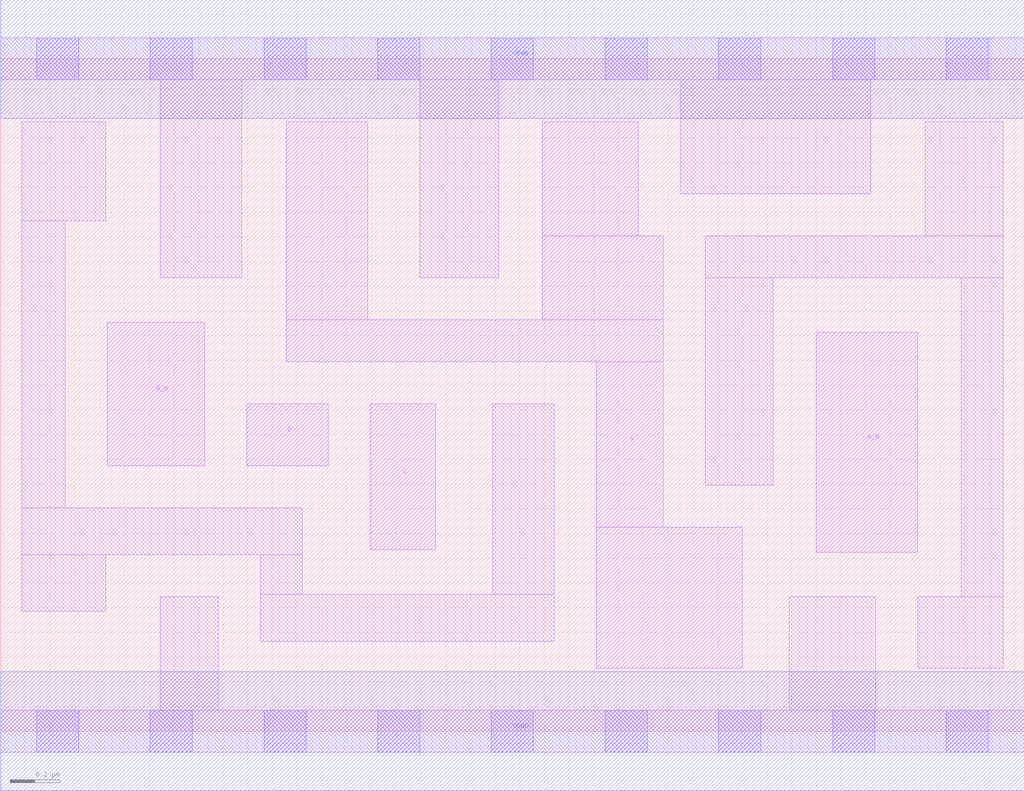
<source format=lef>
# Copyright 2020 The SkyWater PDK Authors
#
# Licensed under the Apache License, Version 2.0 (the "License");
# you may not use this file except in compliance with the License.
# You may obtain a copy of the License at
#
#     https://www.apache.org/licenses/LICENSE-2.0
#
# Unless required by applicable law or agreed to in writing, software
# distributed under the License is distributed on an "AS IS" BASIS,
# WITHOUT WARRANTIES OR CONDITIONS OF ANY KIND, either express or implied.
# See the License for the specific language governing permissions and
# limitations under the License.
#
# SPDX-License-Identifier: Apache-2.0

VERSION 5.7 ;
BUSBITCHARS "[]" ;
DIVIDERCHAR "/" ;
PROPERTYDEFINITIONS
  MACRO maskLayoutSubType STRING ;
  MACRO prCellType STRING ;
  MACRO originalViewName STRING ;
END PROPERTYDEFINITIONS
MACRO sky130_fd_sc_hdll__nand4bb_1
  ORIGIN  0.000000  0.000000 ;
  CLASS CORE ;
  SYMMETRY X Y R90 ;
  SIZE  4.140000 BY  2.720000 ;
  SITE unithd ;
  PIN A_N
    ANTENNAGATEAREA  0.138600 ;
    DIRECTION INPUT ;
    USE SIGNAL ;
    PORT
      LAYER li1 ;
        RECT 3.300000 0.725000 3.710000 1.615000 ;
    END
  END A_N
  PIN B_N
    ANTENNAGATEAREA  0.138600 ;
    DIRECTION INPUT ;
    USE SIGNAL ;
    PORT
      LAYER li1 ;
        RECT 0.430000 1.075000 0.825000 1.655000 ;
    END
  END B_N
  PIN C
    ANTENNAGATEAREA  0.277500 ;
    DIRECTION INPUT ;
    USE SIGNAL ;
    PORT
      LAYER li1 ;
        RECT 1.495000 0.735000 1.760000 1.325000 ;
    END
  END C
  PIN D
    ANTENNAGATEAREA  0.277500 ;
    DIRECTION INPUT ;
    USE SIGNAL ;
    PORT
      LAYER li1 ;
        RECT 0.995000 1.075000 1.325000 1.325000 ;
    END
  END D
  PIN Y
    ANTENNADIFFAREA  0.901500 ;
    DIRECTION OUTPUT ;
    USE SIGNAL ;
    PORT
      LAYER li1 ;
        RECT 1.155000 1.495000 2.680000 1.665000 ;
        RECT 1.155000 1.665000 1.485000 2.465000 ;
        RECT 2.190000 1.665000 2.680000 2.005000 ;
        RECT 2.190000 2.005000 2.580000 2.465000 ;
        RECT 2.410000 0.255000 3.000000 0.825000 ;
        RECT 2.410000 0.825000 2.680000 1.495000 ;
    END
  END Y
  PIN VGND
    DIRECTION INOUT ;
    USE GROUND ;
    PORT
      LAYER met1 ;
        RECT 0.000000 -0.240000 4.140000 0.240000 ;
    END
  END VGND
  PIN VPWR
    DIRECTION INOUT ;
    USE POWER ;
    PORT
      LAYER met1 ;
        RECT 0.000000 2.480000 4.140000 2.960000 ;
    END
  END VPWR
  OBS
    LAYER li1 ;
      RECT 0.000000 -0.085000 4.140000 0.085000 ;
      RECT 0.000000  2.635000 4.140000 2.805000 ;
      RECT 0.085000  0.485000 0.425000 0.715000 ;
      RECT 0.085000  0.715000 1.220000 0.905000 ;
      RECT 0.085000  0.905000 0.260000 2.065000 ;
      RECT 0.085000  2.065000 0.425000 2.465000 ;
      RECT 0.645000  0.085000 0.880000 0.545000 ;
      RECT 0.645000  1.835000 0.975000 2.635000 ;
      RECT 1.050000  0.365000 2.240000 0.555000 ;
      RECT 1.050000  0.555000 1.220000 0.715000 ;
      RECT 1.695000  1.835000 2.015000 2.635000 ;
      RECT 1.990000  0.555000 2.240000 1.325000 ;
      RECT 2.750000  2.175000 3.520000 2.635000 ;
      RECT 2.850000  0.995000 3.125000 1.835000 ;
      RECT 2.850000  1.835000 4.055000 2.005000 ;
      RECT 3.190000  0.085000 3.540000 0.545000 ;
      RECT 3.710000  0.255000 4.055000 0.545000 ;
      RECT 3.740000  2.005000 4.055000 2.465000 ;
      RECT 3.885000  0.545000 4.055000 1.835000 ;
    LAYER mcon ;
      RECT 0.145000 -0.085000 0.315000 0.085000 ;
      RECT 0.145000  2.635000 0.315000 2.805000 ;
      RECT 0.605000 -0.085000 0.775000 0.085000 ;
      RECT 0.605000  2.635000 0.775000 2.805000 ;
      RECT 1.065000 -0.085000 1.235000 0.085000 ;
      RECT 1.065000  2.635000 1.235000 2.805000 ;
      RECT 1.525000 -0.085000 1.695000 0.085000 ;
      RECT 1.525000  2.635000 1.695000 2.805000 ;
      RECT 1.985000 -0.085000 2.155000 0.085000 ;
      RECT 1.985000  2.635000 2.155000 2.805000 ;
      RECT 2.445000 -0.085000 2.615000 0.085000 ;
      RECT 2.445000  2.635000 2.615000 2.805000 ;
      RECT 2.905000 -0.085000 3.075000 0.085000 ;
      RECT 2.905000  2.635000 3.075000 2.805000 ;
      RECT 3.365000 -0.085000 3.535000 0.085000 ;
      RECT 3.365000  2.635000 3.535000 2.805000 ;
      RECT 3.825000 -0.085000 3.995000 0.085000 ;
      RECT 3.825000  2.635000 3.995000 2.805000 ;
  END
  PROPERTY maskLayoutSubType "abstract" ;
  PROPERTY prCellType "standard" ;
  PROPERTY originalViewName "layout" ;
END sky130_fd_sc_hdll__nand4bb_1
END LIBRARY

</source>
